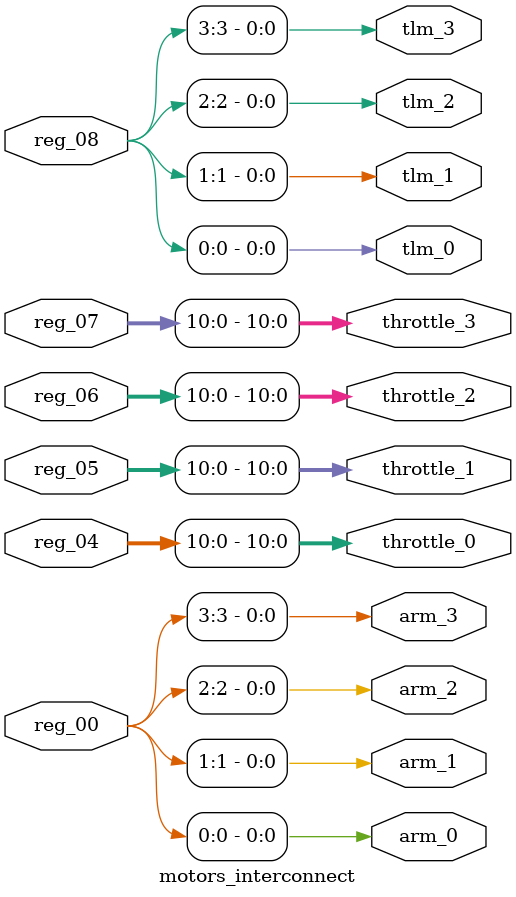
<source format=v>
/*
 * Copyright (C) 2024 ETH Zurich
 * All rights reserved.
 *
 * This software may be modified and distributed under the terms
 * of the GPL-3.0 license.  See the LICENSE file for details.
 */
 
`timescale 1ns / 1ps
//////////////////////////////////////////////////////////////////////////////////
//
// interconnect logic for motors signals
//
//////////////////////////////////////////////////////////////////////////////////


module motors_interconnect(
    input [31:0]    reg_00,
    input [31:0]    reg_04,
    input [31:0]    reg_05,
    input [31:0]    reg_06,
    input [31:0]    reg_07,
    input [31:0]    reg_08,
    output          arm_0,
    output          arm_1,
    output          arm_2,
    output          arm_3,
    output          tlm_0,
    output          tlm_1,
    output          tlm_2,
    output          tlm_3,
    output [10:0]   throttle_0,
    output [10:0]   throttle_1,
    output [10:0]   throttle_2,
    output [10:0]   throttle_3
    );

    assign arm_0 = reg_00[0];
    assign arm_1 = reg_00[1];
    assign arm_2 = reg_00[2];
    assign arm_3 = reg_00[3];

    assign tlm_0 = reg_08[0];
    assign tlm_1 = reg_08[1];
    assign tlm_2 = reg_08[2];
    assign tlm_3 = reg_08[3];

    assign throttle_0 = reg_04[10:0];
    assign throttle_1 = reg_05[10:0];
    assign throttle_2 = reg_06[10:0];
    assign throttle_3 = reg_07[10:0];
endmodule

</source>
